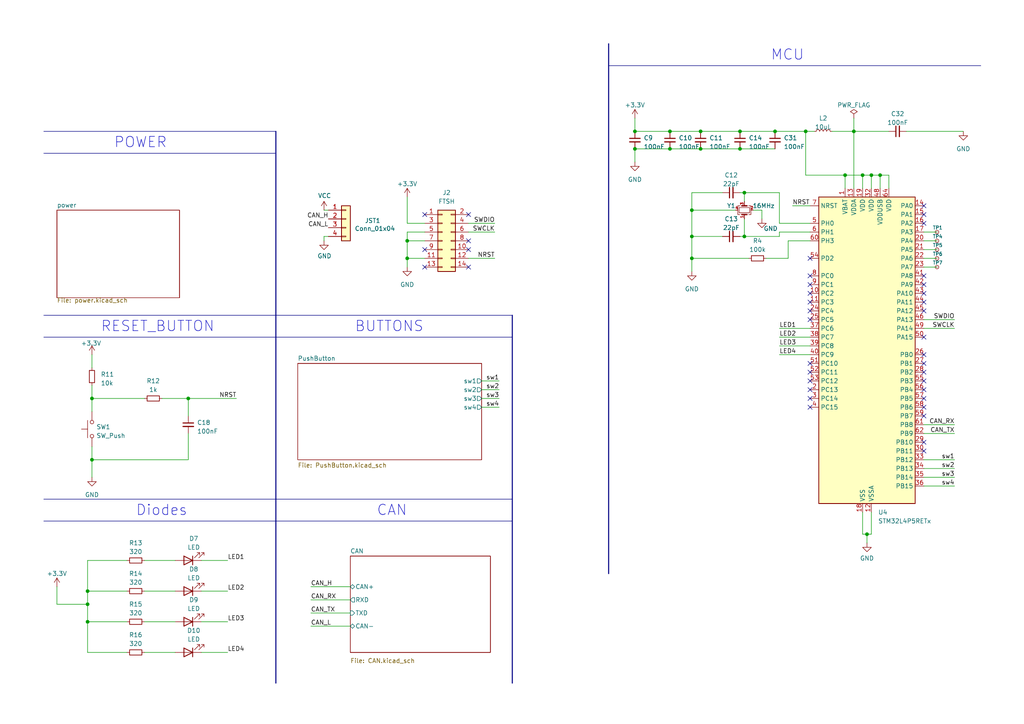
<source format=kicad_sch>
(kicad_sch (version 20231120) (generator "eeschema") (generator_version "8.0")
  (paper "A4")
  (title_block (rev "${REVISION}") (company "Author:") (comment 1 "Reviewer:"))
  (lib_symbols
    (symbol "Connector:TestPoint_Small" (pin_numbers hide) (pin_names (offset 0.762) hide)
      (property "Reference" "TP" (at 0 3.81 0))
      (property "Value" "TestPoint_Small" (at 0 2.032 0))
      (symbol "TestPoint_Small_0_1"
        (circle (center 0 0) (radius 0.508))
      )
      (symbol "TestPoint_Small_1_1"
        (pin passive line (at 0 0 90) (length 0) (name "1") (number "1"))
      )
    )
    (symbol "Connector_Generic:Conn_01x04" (pin_names (offset 1.016) hide)
      (property "Reference" "J" (at 0 5.08 0))
      (property "Value" "Conn_01x04" (at 0 -7.62 0))
      (symbol "Conn_01x04_1_1"
        (rectangle (start -1.27 -4.953) (end 0 -5.207) (stroke (width 0.1524)))
        (rectangle (start -1.27 -2.413) (end 0 -2.667) (stroke (width 0.1524)))
        (rectangle (start -1.27 0.127) (end 0 -0.127) (stroke (width 0.1524)))
        (rectangle (start -1.27 2.667) (end 0 2.413) (stroke (width 0.1524)))
        (rectangle (start -1.27 3.81) (end 1.27 -6.35) (stroke (width 0.254)) (fill (type background)))
        (pin passive line (at -5.08 2.54 0) (length 3.81) (name "Pin_1") (number "1"))
        (pin passive line (at -5.08 0 0) (length 3.81) (name "Pin_2") (number "2"))
        (pin passive line (at -5.08 -2.54 0) (length 3.81) (name "Pin_3") (number "3"))
        (pin passive line (at -5.08 -5.08 0) (length 3.81) (name "Pin_4") (number "4"))
      )
    )
    (symbol "Device:C_Small" (pin_numbers hide) (pin_names (offset 0.254) hide)
      (property "Reference" "C" (at 0.254 1.778 0))
      (property "Value" "C_Small" (at 0.254 -2.032 0))
      (symbol "C_Small_0_1"
        (polyline (pts (xy -1.524 -0.508) (xy 1.524 -0.508)) (stroke (width 0.3302)))
        (polyline (pts (xy -1.524 0.508) (xy 1.524 0.508)) (stroke (width 0.3048)))
      )
      (symbol "C_Small_1_1"
        (pin passive line (at 0 2.54 270) (length 2.032) (name "~") (number "1"))
        (pin passive line (at 0 -2.54 90) (length 2.032) (name "~") (number "2"))
      )
    )
    (symbol "Device:Crystal_GND24_Small" (pin_names (offset 1.016) hide)
      (property "Reference" "Y" (at 1.27 4.445 0))
      (property "Value" "Crystal_GND24_Small" (at 1.27 2.54 0))
      (symbol "Crystal_GND24_Small_0_1"
        (rectangle (start -0.762 -1.524) (end 0.762 1.524))
        (polyline (pts (xy -1.27 -0.762) (xy -1.27 0.762)) (stroke (width 0.381)))
        (polyline (pts (xy 1.27 -0.762) (xy 1.27 0.762)) (stroke (width 0.381)))
        (polyline (pts (xy -1.27 -1.27) (xy -1.27 -1.905) (xy 1.27 -1.905) (xy 1.27 -1.27)))
        (polyline (pts (xy -1.27 1.27) (xy -1.27 1.905) (xy 1.27 1.905) (xy 1.27 1.27)))
      )
      (symbol "Crystal_GND24_Small_1_1"
        (pin passive line (at -2.54 0 0) (length 1.27) (name "1") (number "1"))
        (pin passive line (at 0 -2.54 90) (length 0.635) (name "2") (number "2"))
        (pin passive line (at 2.54 0 180) (length 1.27) (name "3") (number "3"))
        (pin passive line (at 0 2.54 270) (length 0.635) (name "4") (number "4"))
      )
    )
    (symbol "Device:LED" (pin_numbers hide) (pin_names (offset 1.016) hide)
      (property "Reference" "D" (at 0 2.54 0))
      (property "Value" "LED" (at 0 -2.54 0))
      (symbol "LED_0_1"
        (polyline (pts (xy -1.27 -1.27) (xy -1.27 1.27)) (stroke (width 0.254)))
        (polyline (pts (xy -1.27 0) (xy 1.27 0)))
        (polyline (pts (xy 1.27 -1.27) (xy 1.27 1.27) (xy -1.27 0) (xy 1.27 -1.27)) (stroke (width 0.254)))
        (polyline (pts (xy -3.048 -0.762) (xy -4.572 -2.286) (xy -3.81 -2.286) (xy -4.572 -2.286) (xy -4.572 -1.524)))
        (polyline (pts (xy -1.778 -0.762) (xy -3.302 -2.286) (xy -2.54 -2.286) (xy -3.302 -2.286) (xy -3.302 -1.524)))
      )
      (symbol "LED_1_1"
        (pin passive line (at -3.81 0 0) (length 2.54) (name "K") (number "1"))
        (pin passive line (at 3.81 0 180) (length 2.54) (name "A") (number "2"))
      )
    )
    (symbol "Device:L_Small" (pin_numbers hide) (pin_names (offset 0.254) hide)
      (property "Reference" "L" (at 0.762 1.016 0))
      (property "Value" "L_Small" (at 0.762 -1.016 0))
      (symbol "L_Small_0_1"
        (arc (start 0 -2.032) (mid 0.5058 -1.524) (end 0 -1.016))
        (arc (start 0 -1.016) (mid 0.5058 -0.508) (end 0 0))
        (arc (start 0 0) (mid 0.5058 0.508) (end 0 1.016))
        (arc (start 0 1.016) (mid 0.5058 1.524) (end 0 2.032))
      )
      (symbol "L_Small_1_1"
        (pin passive line (at 0 2.54 270) (length 0.508) (name "~") (number "1"))
        (pin passive line (at 0 -2.54 90) (length 0.508) (name "~") (number "2"))
      )
    )
    (symbol "Device:R_Small" (pin_numbers hide) (pin_names (offset 0.254) hide)
      (property "Reference" "R" (at 0.762 0.508 0))
      (property "Value" "R_Small" (at 0.762 -1.016 0))
      (symbol "R_Small_0_1"
        (rectangle (start -0.762 1.778) (end 0.762 -1.778) (stroke (width 0.2032)))
      )
      (symbol "R_Small_1_1"
        (pin passive line (at 0 2.54 270) (length 0.762) (name "~") (number "1"))
        (pin passive line (at 0 -2.54 90) (length 0.762) (name "~") (number "2"))
      )
    )
    (symbol "GND_1" (power) (pin_numbers hide) (pin_names (offset 0) hide)
      (property "Value" "GND" (at 0 -3.81 0))
      (symbol "GND_1_0_1"
        (polyline (pts (xy 0 0) (xy 0 -1.27) (xy 1.27 -1.27) (xy 0 -2.54) (xy -1.27 -1.27) (xy 0 -1.27)))
      )
      (symbol "GND_1_1_1"
        (pin power_in line (at 0 0 270) (length 0) (name "~") (number "1"))
      )
    )
    (symbol "MCU_ST_STM32L4:STM32L4P5RETx"
      (property "Reference" "U1" (at 4.4959 -45.72 0))
      (property "Value" "STM32L4P5RETx" (at 4.4959 -48.26 0))
      (symbol "STM32L4P5RETx_0_1"
        (rectangle (start -12.7 -43.18) (end 15.24 45.72) (stroke (width 0.254)) (fill (type background)))
      )
      (symbol "STM32L4P5RETx_1_1"
        (pin power_in line (at -5.08 48.26 270) (length 2.54) (name "VBAT") (number "1"))
        (pin bidirectional line (at -15.24 17.78 0) (length 2.54) (name "PC2") (number "10"))
        (pin bidirectional line (at -15.24 15.24 0) (length 2.54) (name "PC3") (number "11"))
        (pin power_in line (at 2.54 -45.72 90) (length 2.54) (name "VSSA") (number "12"))
        (pin power_in line (at -2.54 48.26 270) (length 2.54) (name "VDDA") (number "13"))
        (pin bidirectional line (at 17.78 43.18 180) (length 2.54) (name "PA0") (number "14"))
        (pin bidirectional line (at 17.78 40.64 180) (length 2.54) (name "PA1") (number "15"))
        (pin bidirectional line (at 17.78 38.1 180) (length 2.54) (name "PA2") (number "16"))
        (pin bidirectional line (at 17.78 35.56 180) (length 2.54) (name "PA3") (number "17"))
        (pin power_in line (at 0 -45.72 90) (length 2.54) (name "VSS") (number "18"))
        (pin power_in line (at 0 48.26 270) (length 2.54) (name "VDD") (number "19"))
        (pin bidirectional line (at -15.24 -10.16 0) (length 2.54) (name "PC13") (number "2"))
        (pin bidirectional line (at 17.78 33.02 180) (length 2.54) (name "PA4") (number "20"))
        (pin bidirectional line (at 17.78 30.48 180) (length 2.54) (name "PA5") (number "21"))
        (pin bidirectional line (at 17.78 27.94 180) (length 2.54) (name "PA6") (number "22"))
        (pin bidirectional line (at 17.78 25.4 180) (length 2.54) (name "PA7") (number "23"))
        (pin bidirectional line (at -15.24 12.7 0) (length 2.54) (name "PC4") (number "24"))
        (pin bidirectional line (at -15.24 10.16 0) (length 2.54) (name "PC5") (number "25"))
        (pin bidirectional line (at 17.78 0 180) (length 2.54) (name "PB0") (number "26"))
        (pin bidirectional line (at 17.78 -2.54 180) (length 2.54) (name "PB1") (number "27"))
        (pin bidirectional line (at 17.78 -5.08 180) (length 2.54) (name "PB2") (number "28"))
        (pin bidirectional line (at 17.78 -25.4 180) (length 2.54) (name "PB10") (number "29"))
        (pin bidirectional line (at -15.24 -12.7 0) (length 2.54) (name "PC14") (number "3"))
        (pin bidirectional line (at 17.78 -27.94 180) (length 2.54) (name "PB11") (number "30"))
        (pin passive line (at 0 -45.72 90) (length 2.54) hide (name "VSS") (number "31"))
        (pin power_in line (at 2.54 48.26 270) (length 2.54) (name "VDD") (number "32"))
        (pin bidirectional line (at 17.78 -30.48 180) (length 2.54) (name "PB12") (number "33"))
        (pin bidirectional line (at 17.78 -33.02 180) (length 2.54) (name "PB13") (number "34"))
        (pin bidirectional line (at 17.78 -35.56 180) (length 2.54) (name "PB14") (number "35"))
        (pin bidirectional line (at 17.78 -38.1 180) (length 2.54) (name "PB15") (number "36"))
        (pin bidirectional line (at -15.24 7.62 0) (length 2.54) (name "PC6") (number "37"))
        (pin bidirectional line (at -15.24 5.08 0) (length 2.54) (name "PC7") (number "38"))
        (pin bidirectional line (at -15.24 2.54 0) (length 2.54) (name "PC8") (number "39"))
        (pin bidirectional line (at -15.24 -15.24 0) (length 2.54) (name "PC15") (number "4"))
        (pin bidirectional line (at -15.24 0 0) (length 2.54) (name "PC9") (number "40"))
        (pin bidirectional line (at 17.78 22.86 180) (length 2.54) (name "PA8") (number "41"))
        (pin bidirectional line (at 17.78 20.32 180) (length 2.54) (name "PA9") (number "42"))
        (pin bidirectional line (at 17.78 17.78 180) (length 2.54) (name "PA10") (number "43"))
        (pin bidirectional line (at 17.78 15.24 180) (length 2.54) (name "PA11") (number "44"))
        (pin bidirectional line (at 17.78 12.7 180) (length 2.54) (name "PA12") (number "45"))
        (pin bidirectional line (at 17.78 10.16 180) (length 2.54) (name "PA13") (number "46"))
        (pin passive line (at 0 -45.72 90) (length 2.54) hide (name "VSS") (number "47"))
        (pin power_in line (at 5.08 48.26 270) (length 2.54) (name "VDDUSB") (number "48"))
        (pin bidirectional line (at 17.78 7.62 180) (length 2.54) (name "PA14") (number "49"))
        (pin bidirectional line (at -15.24 38.1 0) (length 2.54) (name "PH0") (number "5"))
        (pin bidirectional line (at 17.78 5.08 180) (length 2.54) (name "PA15") (number "50"))
        (pin bidirectional line (at -15.24 -2.54 0) (length 2.54) (name "PC10") (number "51"))
        (pin bidirectional line (at -15.24 -5.08 0) (length 2.54) (name "PC11") (number "52"))
        (pin bidirectional line (at -15.24 -7.62 0) (length 2.54) (name "PC12") (number "53"))
        (pin bidirectional line (at -15.24 27.94 0) (length 2.54) (name "PD2") (number "54"))
        (pin bidirectional line (at 17.78 -7.62 180) (length 2.54) (name "PB3") (number "55"))
        (pin bidirectional line (at 17.78 -10.16 180) (length 2.54) (name "PB4") (number "56"))
        (pin bidirectional line (at 17.78 -12.7 180) (length 2.54) (name "PB5") (number "57"))
        (pin bidirectional line (at 17.78 -15.24 180) (length 2.54) (name "PB6") (number "58"))
        (pin bidirectional line (at 17.78 -17.78 180) (length 2.54) (name "PB7") (number "59"))
        (pin bidirectional line (at -15.24 35.56 0) (length 2.54) (name "PH1") (number "6"))
        (pin bidirectional line (at -15.24 33.02 0) (length 2.54) (name "PH3") (number "60"))
        (pin bidirectional line (at 17.78 -20.32 180) (length 2.54) (name "PB8") (number "61"))
        (pin bidirectional line (at 17.78 -22.86 180) (length 2.54) (name "PB9") (number "62"))
        (pin passive line (at 0 -45.72 90) (length 2.54) hide (name "VSS") (number "63"))
        (pin power_in line (at 7.62 48.26 270) (length 2.54) (name "VDD") (number "64"))
        (pin input line (at -15.24 43.18 0) (length 2.54) (name "NRST") (number "7"))
        (pin bidirectional line (at -15.24 22.86 0) (length 2.54) (name "PC0") (number "8"))
        (pin bidirectional line (at -15.24 20.32 0) (length 2.54) (name "PC1") (number "9"))
      )
    )
    (symbol "Switch:SW_Push" (pin_numbers hide) (pin_names (offset 1.016) hide)
      (property "Reference" "SW" (at 1.27 2.54 0))
      (property "Value" "SW_Push" (at 0 -1.524 0))
      (symbol "SW_Push_0_1"
        (circle (center -2.032 0) (radius 0.508))
        (polyline (pts (xy 0 1.27) (xy 0 3.048)))
        (polyline (pts (xy 2.54 1.27) (xy -2.54 1.27)))
        (circle (center 2.032 0) (radius 0.508))
        (pin passive line (at -5.08 0 0) (length 2.54) (name "1") (number "1"))
        (pin passive line (at 5.08 0 180) (length 2.54) (name "2") (number "2"))
      )
    )
    (symbol "ftsh-107-01-l-dv-k-a:FTSH-107-01-L-DV-K-A" (pin_names hide)
      (property "Reference" "J" (at -13.97 13.97 0))
      (property "Value" "FTSH-107-01-L-DV-K-A" (at -13.97 11.43 0))
      (symbol "FTSH-107-01-L-DV-K-A_1_1"
        (rectangle (start -2.54 -7.493) (end -1.27 -7.747) (stroke (width 0.1524)))
        (rectangle (start -2.54 -4.953) (end -1.27 -5.207) (stroke (width 0.1524)))
        (rectangle (start -2.54 -2.413) (end -1.27 -2.667) (stroke (width 0.1524)))
        (rectangle (start -2.54 0.127) (end -1.27 -0.127) (stroke (width 0.1524)))
        (rectangle (start -2.54 2.667) (end -1.27 2.413) (stroke (width 0.1524)))
        (rectangle (start -2.54 5.207) (end -1.27 4.953) (stroke (width 0.1524)))
        (rectangle (start -2.54 7.747) (end -1.27 7.493) (stroke (width 0.1524)))
        (rectangle (start -2.54 8.89) (end 2.54 -8.89) (stroke (width 0.254)) (fill (type background)))
        (rectangle (start 2.54 -7.493) (end 1.27 -7.747) (stroke (width 0.1524)))
        (rectangle (start 2.54 -4.953) (end 1.27 -5.207) (stroke (width 0.1524)))
        (rectangle (start 2.54 -2.413) (end 1.27 -2.667) (stroke (width 0.1524)))
        (rectangle (start 2.54 0.127) (end 1.27 -0.127) (stroke (width 0.1524)))
        (rectangle (start 2.54 2.667) (end 1.27 2.413) (stroke (width 0.1524)))
        (rectangle (start 2.54 5.207) (end 1.27 4.953) (stroke (width 0.1524)))
        (rectangle (start 2.54 7.747) (end 1.27 7.493) (stroke (width 0.1524)))
        (pin passive line (at -6.35 7.62 0) (length 3.81) (name "Pin_1") (number "1"))
        (pin passive line (at 6.35 -2.54 180) (length 3.81) (name "Pin_10") (number "10"))
        (pin passive line (at -6.35 -5.08 0) (length 3.81) (name "Pin_11") (number "11"))
        (pin passive line (at 6.35 -5.08 180) (length 3.81) (name "Pin_12") (number "12"))
        (pin passive line (at -6.35 -7.62 0) (length 3.81) (name "Pin_13") (number "13"))
        (pin passive line (at 6.35 -7.62 180) (length 3.81) (name "Pin_14") (number "14"))
        (pin passive line (at 6.35 7.62 180) (length 3.81) (name "Pin_2") (number "2"))
        (pin passive line (at -6.35 5.08 0) (length 3.81) (name "Pin_3") (number "3"))
        (pin passive line (at 6.35 5.08 180) (length 3.81) (name "Pin_4") (number "4"))
        (pin passive line (at -6.35 2.54 0) (length 3.81) (name "Pin_5") (number "5"))
        (pin passive line (at 6.35 2.54 180) (length 3.81) (name "Pin_6") (number "6"))
        (pin passive line (at -6.35 0 0) (length 3.81) (name "Pin_7") (number "7"))
        (pin passive line (at 6.35 0 180) (length 3.81) (name "Pin_8") (number "8"))
        (pin passive line (at -6.35 -2.54 0) (length 3.81) (name "Pin_9") (number "9"))
      )
    )
    (symbol "power:+3.3V" (power) (pin_names (offset 0))
      (property "Value" "+3.3V" (at 0 3.556 0))
      (symbol "+3.3V_0_1"
        (polyline (pts (xy -0.762 1.27) (xy 0 2.54)))
        (polyline (pts (xy 0 0) (xy 0 2.54)))
        (polyline (pts (xy 0 2.54) (xy 0.762 1.27)))
      )
      (symbol "+3.3V_1_1"
        (pin power_in line (at 0 0 90) (length 0) hide (name "+3.3V") (number "1"))
      )
    )
    (symbol "power:GND" (power) (pin_names (offset 0))
      (property "Value" "GND" (at 0 -3.81 0))
      (symbol "GND_0_1"
        (polyline (pts (xy 0 0) (xy 0 -1.27) (xy 1.27 -1.27) (xy 0 -2.54) (xy -1.27 -1.27) (xy 0 -1.27)))
      )
      (symbol "GND_1_1"
        (pin power_in line (at 0 0 270) (length 0) hide (name "GND") (number "1"))
      )
    )
    (symbol "power:PWR_FLAG" (power) (pin_numbers hide) (pin_names (offset 0) hide)
      (property "Value" "PWR_FLAG" (at 0 3.81 0))
      (symbol "PWR_FLAG_0_0"
        (pin power_out line (at 0 0 90) (length 0) (name "pwr") (number "1"))
      )
      (symbol "PWR_FLAG_0_1"
        (polyline (pts (xy 0 0) (xy 0 1.27) (xy -1.016 1.905) (xy 0 2.54) (xy 1.016 1.905) (xy 0 1.27)))
      )
    )
    (symbol "power:VCC" (power) (pin_names (offset 0))
      (property "Value" "VCC" (at 0 3.81 0))
      (symbol "VCC_0_1"
        (polyline (pts (xy -0.762 1.27) (xy 0 2.54)))
        (polyline (pts (xy 0 0) (xy 0 2.54)))
        (polyline (pts (xy 0 2.54) (xy 0.762 1.27)))
      )
      (symbol "VCC_1_1"
        (pin power_in line (at 0 0 90) (length 0) hide (name "VCC") (number "1"))
      )
    )
  )
  (junction (at 224.79 38.1))
  (junction (at 214.63 38.1))
  (junction (at 245.11 50.8))
  (junction (at 255.27 50.8))
  (junction (at 54.61 115.57))
  (junction (at 25.4 180.34))
  (junction (at 252.73 50.8))
  (junction (at 203.2 43.18))
  (junction (at 215.9 55.88))
  (junction (at 118.11 69.85))
  (junction (at 233.68 38.1))
  (junction (at 194.31 38.1))
  (junction (at 194.31 43.18))
  (junction (at 250.19 50.8))
  (junction (at 184.15 38.1))
  (junction (at 26.67 133.35))
  (junction (at 214.63 43.18))
  (junction (at 184.15 43.18))
  (junction (at 203.2 38.1))
  (junction (at 25.4 175.26))
  (junction (at 26.67 115.57))
  (junction (at 251.46 154.94))
  (junction (at 200.66 74.93))
  (junction (at 215.9 68.58))
  (junction (at 247.65 38.1))
  (junction (at 25.4 171.45))
  (junction (at 200.66 68.58))
  (junction (at 200.66 60.96))
  (junction (at 118.11 74.93))
  (no_connect (at 267.97 85.09))
  (no_connect (at 267.97 62.23))
  (no_connect (at 234.95 107.95))
  (no_connect (at 135.89 77.47))
  (no_connect (at 267.97 107.95))
  (no_connect (at 267.97 59.69))
  (no_connect (at 267.97 113.03))
  (no_connect (at 267.97 115.57))
  (no_connect (at 267.97 105.41))
  (no_connect (at 234.95 113.03))
  (no_connect (at 135.89 62.23))
  (no_connect (at 234.95 118.11))
  (no_connect (at 267.97 90.17))
  (no_connect (at 234.95 90.17))
  (no_connect (at 234.95 82.55))
  (no_connect (at 267.97 118.11))
  (no_connect (at 267.97 130.81))
  (no_connect (at 267.97 80.01))
  (no_connect (at 123.19 77.47))
  (no_connect (at 267.97 64.77))
  (no_connect (at 234.95 115.57))
  (no_connect (at 234.95 85.09))
  (no_connect (at 234.95 74.93))
  (no_connect (at 267.97 82.55))
  (no_connect (at 234.95 110.49))
  (no_connect (at 234.95 80.01))
  (no_connect (at 267.97 120.65))
  (no_connect (at 267.97 110.49))
  (no_connect (at 267.97 87.63))
  (no_connect (at 123.19 62.23))
  (no_connect (at 135.89 72.39))
  (no_connect (at 267.97 128.27))
  (no_connect (at 135.89 69.85))
  (no_connect (at 234.95 92.71))
  (no_connect (at 267.97 102.87))
  (no_connect (at 123.19 72.39))
  (no_connect (at 234.95 105.41))
  (no_connect (at 267.97 97.79))
  (no_connect (at 234.95 87.63))
  (wire (pts (xy 200.66 60.96) (xy 200.66 68.58)))
  (wire (pts (xy 229.87 59.69) (xy 234.95 59.69)))
  (wire (pts (xy 139.7 110.49) (xy 144.78 110.49)))
  (wire (pts (xy 41.91 189.23) (xy 50.8 189.23)))
  (wire (pts (xy 252.73 154.94) (xy 252.73 148.59)))
  (wire (pts (xy 184.15 34.29) (xy 184.15 38.1)))
  (wire (pts (xy 184.15 43.18) (xy 184.15 46.99)))
  (wire (pts (xy 36.83 162.56) (xy 25.4 162.56)))
  (wire (pts (xy 118.11 74.93) (xy 118.11 69.85)))
  (wire (pts (xy 245.11 50.8) (xy 250.19 50.8)))
  (wire (pts (xy 26.67 115.57) (xy 26.67 119.38)))
  (wire (pts (xy 200.66 55.88) (xy 209.55 55.88)))
  (wire (pts (xy 215.9 55.88) (xy 226.06 55.88)))
  (wire (pts (xy 267.97 67.31) (xy 271.78 67.31)))
  (wire (pts (xy 218.44 60.96) (xy 220.98 60.96)))
  (wire (pts (xy 251.46 154.94) (xy 251.46 157.48)))
  (wire (pts (xy 214.63 43.18) (xy 224.79 43.18)))
  (wire (pts (xy 220.98 60.96) (xy 220.98 63.5)))
  (wire (pts (xy 215.9 55.88) (xy 215.9 58.42)))
  (bus (pts (xy 80.01 38.1) (xy 80.01 198.12)))
  (wire (pts (xy 26.67 111.76) (xy 26.67 115.57)))
  (polyline (pts (xy 12.7 144.78) (xy 80.01 144.78)) (stroke (width 0) (type solid) (color 0 0 132 1)))
  (wire (pts (xy 16.51 170.18) (xy 16.51 175.26)))
  (wire (pts (xy 54.61 115.57) (xy 68.58 115.57)))
  (wire (pts (xy 252.73 50.8) (xy 250.19 50.8)))
  (wire (pts (xy 276.86 135.89) (xy 267.97 135.89)))
  (wire (pts (xy 200.66 55.88) (xy 200.66 60.96)))
  (wire (pts (xy 200.66 60.96) (xy 213.36 60.96)))
  (wire (pts (xy 184.15 43.18) (xy 194.31 43.18)))
  (wire (pts (xy 58.42 189.23) (xy 66.04 189.23)))
  (polyline (pts (xy 80.01 151.13) (xy 148.59 151.13)) (stroke (width 0) (type solid) (color 0 0 132 1)))
  (wire (pts (xy 118.11 74.93) (xy 118.11 77.47)))
  (wire (pts (xy 93.98 60.96) (xy 95.25 60.96)))
  (wire (pts (xy 194.31 38.1) (xy 203.2 38.1)))
  (wire (pts (xy 267.97 92.71) (xy 276.86 92.71)))
  (wire (pts (xy 203.2 43.18) (xy 214.63 43.18)))
  (polyline (pts (xy 12.7 38.1) (xy 80.01 38.1)) (stroke (width 0) (type solid) (color 0 0 132 1)))
  (wire (pts (xy 194.31 43.18) (xy 203.2 43.18)))
  (wire (pts (xy 139.7 113.03) (xy 144.78 113.03)))
  (wire (pts (xy 267.97 69.85) (xy 271.78 69.85)))
  (wire (pts (xy 200.66 68.58) (xy 200.66 74.93)))
  (wire (pts (xy 267.97 74.93) (xy 271.78 74.93)))
  (wire (pts (xy 200.66 78.74) (xy 200.66 74.93)))
  (wire (pts (xy 228.6 74.93) (xy 222.25 74.93)))
  (wire (pts (xy 54.61 125.73) (xy 54.61 133.35)))
  (wire (pts (xy 247.65 38.1) (xy 247.65 54.61)))
  (wire (pts (xy 250.19 154.94) (xy 251.46 154.94)))
  (wire (pts (xy 90.17 173.99) (xy 101.6 173.99)))
  (wire (pts (xy 26.67 115.57) (xy 41.91 115.57)))
  (wire (pts (xy 241.3 38.1) (xy 247.65 38.1)))
  (wire (pts (xy 123.19 64.77) (xy 118.11 64.77)))
  (wire (pts (xy 25.4 171.45) (xy 25.4 175.26)))
  (wire (pts (xy 135.89 64.77) (xy 143.51 64.77)))
  (wire (pts (xy 267.97 95.25) (xy 276.86 95.25)))
  (wire (pts (xy 41.91 171.45) (xy 50.8 171.45)))
  (wire (pts (xy 26.67 133.35) (xy 54.61 133.35)))
  (wire (pts (xy 250.19 50.8) (xy 250.19 54.61)))
  (wire (pts (xy 123.19 67.31) (xy 118.11 67.31)))
  (wire (pts (xy 226.06 97.79) (xy 234.95 97.79)))
  (wire (pts (xy 276.86 140.97) (xy 267.97 140.97)))
  (wire (pts (xy 58.42 171.45) (xy 66.04 171.45)))
  (wire (pts (xy 26.67 129.54) (xy 26.67 133.35)))
  (wire (pts (xy 90.17 181.61) (xy 101.6 181.61)))
  (wire (pts (xy 267.97 72.39) (xy 271.78 72.39)))
  (wire (pts (xy 58.42 162.56) (xy 66.04 162.56)))
  (polyline (pts (xy 80.01 144.78) (xy 148.59 144.78)) (stroke (width 0) (type solid) (color 0 0 132 1)))
  (wire (pts (xy 25.4 180.34) (xy 25.4 189.23)))
  (wire (pts (xy 41.91 162.56) (xy 50.8 162.56)))
  (wire (pts (xy 251.46 154.94) (xy 252.73 154.94)))
  (wire (pts (xy 93.98 69.85) (xy 93.98 68.58)))
  (wire (pts (xy 245.11 50.8) (xy 245.11 54.61)))
  (wire (pts (xy 209.55 68.58) (xy 200.66 68.58)))
  (wire (pts (xy 25.4 189.23) (xy 36.83 189.23)))
  (wire (pts (xy 41.91 180.34) (xy 50.8 180.34)))
  (bus (pts (xy 176.53 12.7) (xy 176.53 166.37)))
  (wire (pts (xy 25.4 175.26) (xy 16.51 175.26)))
  (wire (pts (xy 135.89 74.93) (xy 143.51 74.93)))
  (wire (pts (xy 25.4 162.56) (xy 25.4 171.45)))
  (wire (pts (xy 123.19 74.93) (xy 118.11 74.93)))
  (wire (pts (xy 203.2 38.1) (xy 214.63 38.1)))
  (wire (pts (xy 26.67 133.35) (xy 26.67 138.43)))
  (polyline (pts (xy 80.01 91.44) (xy 148.59 91.44)) (stroke (width 0) (type solid) (color 0 0 132 1)))
  (wire (pts (xy 26.67 106.68) (xy 26.67 102.87)))
  (wire (pts (xy 245.11 50.8) (xy 233.68 50.8)))
  (polyline (pts (xy 12.7 151.13) (xy 80.01 151.13)) (stroke (width 0) (type solid) (color 0 0 132 1)))
  (wire (pts (xy 25.4 171.45) (xy 36.83 171.45)))
  (wire (pts (xy 262.89 38.1) (xy 279.4 38.1)))
  (wire (pts (xy 215.9 63.5) (xy 215.9 68.58)))
  (wire (pts (xy 135.89 67.31) (xy 143.51 67.31)))
  (wire (pts (xy 226.06 67.31) (xy 226.06 68.58)))
  (wire (pts (xy 257.81 50.8) (xy 255.27 50.8)))
  (wire (pts (xy 234.95 67.31) (xy 226.06 67.31)))
  (wire (pts (xy 252.73 50.8) (xy 252.73 54.61)))
  (wire (pts (xy 267.97 77.47) (xy 271.78 77.47)))
  (wire (pts (xy 226.06 102.87) (xy 234.95 102.87)))
  (wire (pts (xy 228.6 69.85) (xy 228.6 74.93)))
  (wire (pts (xy 267.97 123.19) (xy 276.86 123.19)))
  (wire (pts (xy 54.61 115.57) (xy 54.61 120.65)))
  (wire (pts (xy 184.15 38.1) (xy 194.31 38.1)))
  (wire (pts (xy 250.19 148.59) (xy 250.19 154.94)))
  (wire (pts (xy 276.86 138.43) (xy 267.97 138.43)))
  (wire (pts (xy 139.7 115.57) (xy 144.78 115.57)))
  (wire (pts (xy 25.4 175.26) (xy 25.4 180.34)))
  (wire (pts (xy 214.63 38.1) (xy 224.79 38.1)))
  (wire (pts (xy 118.11 67.31) (xy 118.11 69.85)))
  (wire (pts (xy 226.06 95.25) (xy 234.95 95.25)))
  (wire (pts (xy 247.65 34.29) (xy 247.65 38.1)))
  (wire (pts (xy 276.86 133.35) (xy 267.97 133.35)))
  (wire (pts (xy 139.7 118.11) (xy 144.78 118.11)))
  (wire (pts (xy 257.81 50.8) (xy 257.81 54.61)))
  (wire (pts (xy 233.68 50.8) (xy 233.68 38.1)))
  (wire (pts (xy 255.27 50.8) (xy 255.27 54.61)))
  (wire (pts (xy 118.11 57.15) (xy 118.11 64.77)))
  (wire (pts (xy 247.65 38.1) (xy 257.81 38.1)))
  (wire (pts (xy 226.06 100.33) (xy 234.95 100.33)))
  (wire (pts (xy 118.11 69.85) (xy 123.19 69.85)))
  (polyline (pts (xy 176.53 19.05) (xy 284.48 19.05)) (stroke (width 0) (type solid) (color 0 0 132 1)))
  (wire (pts (xy 214.63 55.88) (xy 215.9 55.88)))
  (wire (pts (xy 226.06 64.77) (xy 234.95 64.77)))
  (polyline (pts (xy 12.7 44.45) (xy 80.01 44.45)) (stroke (width 0) (type solid) (color 0 0 132 1)))
  (wire (pts (xy 224.79 38.1) (xy 233.68 38.1)))
  (wire (pts (xy 200.66 74.93) (xy 217.17 74.93)))
  (wire (pts (xy 215.9 68.58) (xy 226.06 68.58)))
  (polyline (pts (xy 12.7 97.79) (xy 80.01 97.79)) (stroke (width 0) (type solid) (color 0 0 132 1)))
  (polyline (pts (xy 12.7 91.44) (xy 80.01 91.44)) (stroke (width 0) (type solid) (color 0 0 132 1)))
  (wire (pts (xy 46.99 115.57) (xy 54.61 115.57)))
  (bus (pts (xy 148.59 91.44) (xy 148.59 198.12)))
  (wire (pts (xy 267.97 125.73) (xy 276.86 125.73)))
  (wire (pts (xy 214.63 68.58) (xy 215.9 68.58)))
  (wire (pts (xy 234.95 69.85) (xy 228.6 69.85)))
  (polyline (pts (xy 80.01 97.79) (xy 148.59 97.79)) (stroke (width 0) (type solid) (color 0 0 132 1)))
  (wire (pts (xy 58.42 180.34) (xy 66.04 180.34)))
  (wire (pts (xy 233.68 38.1) (xy 236.22 38.1)))
  (wire (pts (xy 25.4 180.34) (xy 36.83 180.34)))
  (wire (pts (xy 90.17 170.18) (xy 101.6 170.18)))
  (wire (pts (xy 93.98 68.58) (xy 95.25 68.58)))
  (wire (pts (xy 226.06 55.88) (xy 226.06 64.77)))
  (wire (pts (xy 255.27 50.8) (xy 252.73 50.8)))
  (wire (pts (xy 90.17 177.8) (xy 101.6 177.8)))
  (text "RESET_BUTTON\n" (at 29.21 96.52 0) (effects (font (size 3 3)) (justify left bottom)))
  (text "CAN\n" (at 109.22 149.86 0) (effects (font (size 3 3)) (justify left bottom)))
  (text "BUTTONS\n" (at 102.87 96.52 0) (effects (font (size 3 3)) (justify left bottom)))
  (text "POWER" (at 33.02 43.18 0) (effects (font (size 3 3)) (justify left bottom)))
  (text "Diodes\n" (at 39.37 149.86 0) (effects (font (size 3 3)) (justify left bottom)))
  (text "MCU\n" (at 223.52 17.78 0) (effects (font (size 3 3)) (justify left bottom)))
  (label "CAN_H" (at 90.17 170.18 0))
  (label "NRST" (at 229.87 59.69 0))
  (label "sw4" (at 276.86 140.97 180))
  (label "LED1" (at 226.06 95.25 0))
  (label "LED3" (at 226.06 100.33 0))
  (label "sw1" (at 144.78 110.49 180))
  (label "LED3" (at 66.04 180.34 0))
  (label "SWDIO" (at 143.51 64.77 180))
  (label "CAN_RX" (at 90.17 173.99 0))
  (label "LED2" (at 66.04 171.45 0))
  (label "SWCLK" (at 143.51 67.31 180))
  (label "CAN_L" (at 90.17 181.61 0))
  (label "CAN_TX" (at 276.86 125.73 180))
  (label "SWDIO" (at 276.86 92.71 180))
  (label "CAN_L" (at 95.25 66.04 180))
  (label "SWCLK" (at 276.86 95.25 180))
  (label "NRST" (at 68.58 115.57 180))
  (label "LED2" (at 226.06 97.79 0))
  (label "sw4" (at 144.78 118.11 180))
  (label "LED4" (at 226.06 102.87 0))
  (label "sw2" (at 144.78 113.03 180))
  (label "CAN_RX" (at 276.86 123.19 180))
  (label "LED1" (at 66.04 162.56 0))
  (label "sw2" (at 276.86 135.89 180))
  (label "CAN_TX" (at 90.17 177.8 0))
  (label "LED4" (at 66.04 189.23 0))
  (label "sw3" (at 276.86 138.43 180))
  (label "sw1" (at 276.86 133.35 180))
  (label "sw3" (at 144.78 115.57 180))
  (label "NRST" (at 143.51 74.93 180))
  (label "CAN_H" (at 95.25 63.5 180))
  (symbol (lib_id "Connector:TestPoint_Small") (at 271.78 67.31 0) (unit 1)
    (property "Reference" "TP1" (at 270.51 66.04 0) (effects (font (size 1 1)) (justify left)))
    (property "Value" "TestPoint_Small" (effects (hide yes)))
    (property "Footprint" "TestPoint:TestPoint_Pad_D1.0mm" (effects (hide yes)))
  )
  (symbol (lib_id "Device:R_Small") (at 39.37 180.34 90) (unit 1)
    (property "Reference" "R15" (at 39.37 175.26 90))
    (property "Value" "320" (at 39.37 177.8 90))
    (property "Footprint" "Resistor_SMD:R_0603_1608Metric" (effects (hide yes)))
  )
  (symbol (lib_id "Device:C_Small") (at 203.2 40.64 0) (unit 1)
    (property "Reference" "C11" (at 205.74 40.0113 0) (effects (justify left)))
    (property "Value" "100nF" (at 205.74 42.5513 0) (effects (justify left)))
    (property "Footprint" "Capacitor_SMD:C_0603_1608Metric" (effects (hide yes)))
  )
  (symbol (lib_id "power:GND") (at 279.4 38.1 0) (unit 1)
    (property "Reference" "#PWR035" (effects (hide yes)))
    (property "Value" "GND" (at 279.4 43.18 0))
  )
  (symbol (lib_id "Device:R_Small") (at 26.67 109.22 0) (unit 1)
    (property "Reference" "R11" (at 29.21 108.585 0) (effects (justify left)))
    (property "Value" "10k" (at 29.21 111.125 0) (effects (justify left)))
    (property "Footprint" "Resistor_SMD:R_0603_1608Metric" (effects (hide yes)))
  )
  (symbol (lib_name "GND_1") (lib_id "power:GND") (at 118.11 77.47 0) (unit 1)
    (property "Reference" "#PWR04" (effects (hide yes)))
    (property "Value" "GND" (at 118.11 82.55 0))
    (property "Description" "Power symbol creates a global label with name \"GND\" , ground" (effects (hide yes)))
  )
  (symbol (lib_id "Switch:SW_Push") (at 26.67 124.46 90) (unit 1)
    (property "Reference" "SW1" (at 27.94 123.825 90) (effects (justify right)))
    (property "Value" "SW_Push" (at 27.94 126.365 90) (effects (justify right)))
    (property "Footprint" "Button_Switch_SMD:SW_SPST_B3U-1000P" (effects (hide yes)))
    (property "Datasheet" "https://www.mouser.pl/datasheet/2/307/en-b3u-1189599.pdf" (effects (hide yes)))
  )
  (symbol (lib_id "Connector:TestPoint_Small") (at 271.78 77.47 0) (unit 1)
    (property "Reference" "TP7" (at 270.51 76.2 0) (effects (font (size 1 1)) (justify left)))
    (property "Value" "TestPoint_Small" (effects (hide yes)))
    (property "Footprint" "TestPoint:TestPoint_Pad_D1.0mm" (effects (hide yes)))
  )
  (symbol (lib_id "Connector:TestPoint_Small") (at 271.78 74.93 0) (unit 1)
    (property "Reference" "TP6" (at 270.51 73.66 0) (effects (font (size 1 1)) (justify left)))
    (property "Value" "TestPoint_Small" (effects (hide yes)))
    (property "Footprint" "TestPoint:TestPoint_Pad_D1.0mm" (effects (hide yes)))
  )
  (symbol (lib_id "Connector:TestPoint_Small") (at 271.78 72.39 0) (unit 1)
    (property "Reference" "TP5" (at 270.51 71.12 0) (effects (font (size 1 1)) (justify left)))
    (property "Value" "TestPoint_Small" (effects (hide yes)))
    (property "Footprint" "TestPoint:TestPoint_Pad_D1.0mm" (effects (hide yes)))
  )
  (symbol (lib_id "power:GND") (at 26.67 138.43 0) (unit 1)
    (property "Reference" "#PWR017" (effects (hide yes)))
    (property "Value" "GND" (at 26.67 143.51 0))
  )
  (symbol (lib_id "power:+3.3V") (at 16.51 170.18 0) (unit 1)
    (property "Reference" "#PWR014" (effects (hide yes)))
    (property "Value" "+3.3V" (at 16.51 166.37 0))
  )
  (symbol (lib_id "Device:R_Small") (at 219.71 74.93 90) (unit 1)
    (property "Reference" "R4" (at 219.71 69.85 90))
    (property "Value" "100k" (at 219.71 72.39 90))
    (property "Footprint" "Resistor_SMD:R_0603_1608Metric" (effects (hide yes)))
  )
  (symbol (lib_id "power:GND") (at 184.15 46.99 0) (unit 1)
    (property "Reference" "#PWR032" (effects (hide yes)))
    (property "Value" "GND" (at 184.15 52.07 0))
  )
  (symbol (lib_id "Device:C_Small") (at 214.63 40.64 0) (unit 1)
    (property "Reference" "C14" (at 217.17 40.0113 0) (effects (justify left)))
    (property "Value" "100nF" (at 217.17 42.5513 0) (effects (justify left)))
    (property "Footprint" "Capacitor_SMD:C_0603_1608Metric" (effects (hide yes)))
  )
  (symbol (lib_id "Device:L_Small") (at 238.76 38.1 90) (unit 1)
    (property "Reference" "L2" (at 238.76 34.29 90))
    (property "Value" "10uL" (at 238.76 36.83 90))
    (property "Footprint" "Inductor_SMD:L_0603_1608Metric" (effects (hide yes)))
  )
  (symbol (lib_id "power:GND") (at 93.98 69.85 0) (unit 1)
    (property "Reference" "#PWR011" (effects (hide yes)))
    (property "Value" "GND" (at 94.107 74.2442 0))
  )
  (symbol (lib_id "Device:LED") (at 54.61 162.56 180) (unit 1)
    (property "Reference" "D7" (at 56.1975 156.21 0))
    (property "Value" "LED" (at 56.1975 158.75 0))
    (property "Footprint" "LED_SMD:LED_0603_1608Metric" (effects (hide yes)))
    (property "Datasheet" "https://www.tme.eu/Document/f13aa1039138fd97840d388e8f2c5cc0/19-217-R6C-AL1M2VY-3T-V5.pdf" (effects (hide yes)))
  )
  (symbol (lib_id "MCU_ST_STM32L4:STM32L4P5RETx") (at 250.19 102.87 0) (unit 1)
    (property "Reference" "U4" (at 254.6859 148.59 0) (effects (justify left)))
    (property "Value" "STM32L4P5RETx" (at 254.6859 151.13 0) (effects (justify left)))
    (property "Footprint" "Package_QFP:LQFP-64_10x10mm_P0.5mm" (effects (hide yes)))
    (property "Datasheet" "https://www.st.com/resource/en/datasheet/stm32l4p5re.pdf" (effects (hide yes)))
  )
  (symbol (lib_id "Device:LED") (at 54.61 171.45 180) (unit 1)
    (property "Reference" "D8" (at 56.1975 165.1 0))
    (property "Value" "LED" (at 56.1975 167.64 0))
    (property "Footprint" "LED_SMD:LED_0603_1608Metric" (effects (hide yes)))
    (property "Datasheet" "https://www.tme.eu/Document/f13aa1039138fd97840d388e8f2c5cc0/19-217-R6C-AL1M2VY-3T-V5.pdf" (effects (hide yes)))
  )
  (symbol (lib_id "power:+3.3V") (at 184.15 34.29 0) (unit 1)
    (property "Reference" "#PWR031" (effects (hide yes)))
    (property "Value" "+3.3V" (at 184.15 30.48 0))
  )
  (symbol (lib_id "Device:C_Small") (at 54.61 123.19 0) (unit 1)
    (property "Reference" "C18" (at 57.15 122.5613 0) (effects (justify left)))
    (property "Value" "100nF" (at 57.15 125.1013 0) (effects (justify left)))
    (property "Footprint" "Capacitor_SMD:C_0603_1608Metric" (effects (hide yes)))
  )
  (symbol (lib_id "Device:C_Small") (at 212.09 55.88 90) (unit 1)
    (property "Reference" "C12" (at 212.0963 50.8 90))
    (property "Value" "22pF" (at 212.0963 53.34 90))
    (property "Footprint" "Capacitor_SMD:C_0603_1608Metric" (effects (hide yes)))
  )
  (symbol (lib_id "Device:C_Small") (at 224.79 40.64 0) (unit 1)
    (property "Reference" "C31" (at 227.33 40.0113 0) (effects (justify left)))
    (property "Value" "100nF" (at 227.33 42.5513 0) (effects (justify left)))
    (property "Footprint" "Capacitor_SMD:C_0603_1608Metric" (effects (hide yes)))
  )
  (symbol (lib_id "Device:LED") (at 54.61 180.34 180) (unit 1)
    (property "Reference" "D9" (at 56.1975 173.99 0))
    (property "Value" "LED" (at 56.1975 176.53 0))
    (property "Footprint" "LED_SMD:LED_0603_1608Metric" (effects (hide yes)))
    (property "Datasheet" "https://www.tme.eu/Document/f13aa1039138fd97840d388e8f2c5cc0/19-217-R6C-AL1M2VY-3T-V5.pdf" (effects (hide yes)))
  )
  (symbol (lib_id "power:PWR_FLAG") (at 247.65 34.29 0) (unit 1)
    (property "Reference" "#FLG08" (effects (hide yes)))
    (property "Value" "PWR_FLAG" (at 247.65 30.48 0))
  )
  (symbol (lib_id "Device:C_Small") (at 184.15 40.64 0) (unit 1)
    (property "Reference" "C9" (at 186.69 40.0113 0) (effects (justify left)))
    (property "Value" "100nF" (at 186.69 42.5513 0) (effects (justify left)))
    (property "Footprint" "Capacitor_SMD:C_0603_1608Metric" (effects (hide yes)))
  )
  (symbol (lib_id "Device:C_Small") (at 194.31 40.64 0) (unit 1)
    (property "Reference" "C10" (at 196.85 40.0113 0) (effects (justify left)))
    (property "Value" "100nF" (at 196.85 42.5513 0) (effects (justify left)))
    (property "Footprint" "Capacitor_SMD:C_0603_1608Metric" (effects (hide yes)))
  )
  (symbol (lib_id "Device:R_Small") (at 39.37 171.45 90) (unit 1)
    (property "Reference" "R14" (at 39.37 166.37 90))
    (property "Value" "320" (at 39.37 168.91 90))
    (property "Footprint" "Resistor_SMD:R_0603_1608Metric" (effects (hide yes)))
  )
  (symbol (lib_id "ftsh-107-01-l-dv-k-a:FTSH-107-01-L-DV-K-A") (at 129.54 69.85 0) (unit 1)
    (property "Reference" "J2" (at 129.54 55.88 0))
    (property "Value" "FTSH" (at 129.54 58.42 0))
    (property "Footprint" "ftsh-107-01-l-dv-k-a:FTSH-107-XX-YYY-DV-K-A" (effects (hide yes)))
    (property "Datasheet" "http://suddendocs.samtec.com/prints/ftsh-1xx-xx-xxx-dv-xxx-xxx-mkt.pdf" (effects (hide yes)))
    (property "Description" "14 position, High Reliability Header Strips, 0.050&quot; pitch, Dual-Row Vertical" (effects (hide yes)))
    (property "Mouser Part Number" "200-FTSH10701LDVKA" (effects (hide yes)))
    (property "Mouser Price/Stock" "https://www.mouser.co.uk/ProductDetail/Samtec/FTSH-107-01-L-DV-K-A?qs=PB6%2FjmICvI3xEHFou4PhNg%3D%3D" (effects (hide yes)))
    (property "Manufacturer_Name" "SAMTEC" (effects (hide yes)))
    (property "Manufacturer_Part_Number" "FTSH-107-01-L-DV-K-A" (effects (hide yes)))
  )
  (symbol (lib_id "Device:C_Small") (at 212.09 68.58 90) (unit 1)
    (property "Reference" "C13" (at 212.0963 63.5 90))
    (property "Value" "22pF" (at 212.0963 66.04 90))
    (property "Footprint" "Capacitor_SMD:C_0603_1608Metric" (effects (hide yes)))
  )
  (symbol (lib_id "power:GND") (at 220.98 63.5 0) (unit 1)
    (property "Reference" "#PWR034" (effects (hide yes)))
    (property "Value" "GND" (at 223.52 66.294 0))
  )
  (symbol (lib_id "Device:LED") (at 54.61 189.23 180) (unit 1)
    (property "Reference" "D10" (at 56.1975 182.88 0))
    (property "Value" "LED" (at 56.1975 185.42 0))
    (property "Footprint" "LED_SMD:LED_0603_1608Metric" (effects (hide yes)))
    (property "Datasheet" "https://www.tme.eu/Document/f13aa1039138fd97840d388e8f2c5cc0/19-217-R6C-AL1M2VY-3T-V5.pdf" (effects (hide yes)))
  )
  (symbol (lib_id "Device:C_Small") (at 260.35 38.1 90) (unit 1)
    (property "Reference" "C32" (at 260.3563 33.02 90))
    (property "Value" "100nF" (at 260.3563 35.56 90))
    (property "Footprint" "Capacitor_SMD:C_0603_1608Metric" (effects (hide yes)))
  )
  (symbol (lib_id "power:VCC") (at 93.98 60.96 0) (unit 1)
    (property "Reference" "#PWR09" (effects (hide yes)))
    (property "Value" "VCC" (at 92.202 56.769 0) (effects (justify left)))
  )
  (symbol (lib_id "power:GND") (at 200.66 78.74 0) (unit 1)
    (property "Reference" "#PWR033" (effects (hide yes)))
    (property "Value" "GND" (at 200.66 83.82 0))
  )
  (symbol (lib_id "power:+3.3V") (at 118.11 57.15 0) (unit 1)
    (property "Reference" "#PWR05" (effects (hide yes)))
    (property "Value" "+3.3V" (at 118.11 53.34 0))
  )
  (symbol (lib_id "Connector_Generic:Conn_01x04") (at 100.33 63.5 0) (unit 1)
    (property "Reference" "JST1" (at 105.791 64.008 0) (effects (justify left)))
    (property "Value" "Conn_01x04" (at 102.87 66.294 0) (effects (justify left)))
    (property "Footprint" "Connector_JST:JST_XH_B4B-XH-A_1x04_P2.50mm_Vertical" (effects (hide yes)))
  )
  (symbol (lib_id "Connector:TestPoint_Small") (at 271.78 69.85 0) (unit 1)
    (property "Reference" "TP4" (at 270.51 68.58 0) (effects (font (size 1 1)) (justify left)))
    (property "Value" "TestPoint_Small" (effects (hide yes)))
    (property "Footprint" "TestPoint:TestPoint_Pad_D1.0mm" (effects (hide yes)))
  )
  (symbol (lib_id "Device:R_Small") (at 44.45 115.57 90) (unit 1)
    (property "Reference" "R12" (at 44.45 110.49 90))
    (property "Value" "1k" (at 44.45 113.03 90))
    (property "Footprint" "Resistor_SMD:R_0603_1608Metric" (effects (hide yes)))
  )
  (symbol (lib_id "Device:Crystal_GND24_Small") (at 215.9 60.96 90) (unit 1)
    (property "Reference" "Y1" (at 212.09 59.69 90))
    (property "Value" "16MHz" (at 221.488 59.69 90))
    (property "Footprint" "Crystal:Crystal_SMD_Abracon_ABM8G-4Pin_3.2x2.5mm" (effects (hide yes)))
  )
  (symbol (lib_id "Device:R_Small") (at 39.37 189.23 90) (unit 1)
    (property "Reference" "R16" (at 39.37 184.15 90))
    (property "Value" "320" (at 39.37 186.69 90))
    (property "Footprint" "Resistor_SMD:R_0603_1608Metric" (effects (hide yes)))
  )
  (symbol (lib_id "power:+3.3V") (at 26.67 102.87 0) (unit 1)
    (property "Reference" "#PWR016" (effects (hide yes)))
    (property "Value" "+3.3V" (at 26.416 99.568 0))
  )
  (symbol (lib_id "Device:R_Small") (at 39.37 162.56 90) (unit 1)
    (property "Reference" "R13" (at 39.37 157.48 90))
    (property "Value" "320" (at 39.37 160.02 90))
    (property "Footprint" "Resistor_SMD:R_0603_1608Metric" (effects (hide yes)))
  )
  (symbol (lib_id "power:GND") (at 251.46 157.48 0) (unit 1)
    (property "Reference" "#PWR015" (effects (hide yes)))
    (property "Value" "GND" (at 251.46 161.925 0))
  )
  (sheet (at 101.6 161.29) (size 40.64 27.94) (stroke (width 0.1524))
    (property "Sheetname" "CAN" (at 101.6 160.5784 0) (effects (justify left bottom)))
    (property "Sheetfile" "CAN.kicad_sch" (at 101.6 190.9068 0) (effects (justify left top)))
    (pin "CAN+" bidirectional (at 101.6 170.18 180))
    (pin "CAN-" bidirectional (at 101.6 181.61 180))
    (pin "RXD" output (at 101.6 173.99 180))
    (pin "TXD" input (at 101.6 177.8 180))
  )
  (sheet (at 86.36 105.41) (size 53.34 27.94) (stroke (width 0.1524))
    (property "Sheetname" "PushButton" (at 86.36 104.6984 0) (effects (justify left bottom)))
    (property "Sheetfile" "PushButton.kicad_sch" (at 86.36 134.214 0) (effects (justify left top)))
    (pin "sw2" output (at 139.7 113.03 0))
    (pin "sw3" output (at 139.7 115.57 0))
    (pin "sw4" output (at 139.7 118.11 0))
    (pin "sw1" output (at 139.7 110.49 0))
  )
  (sheet (at 16.51 60.96) (size 35.56 25.4) (stroke (width 0.1524))
    (property "Sheetname" "power" (at 16.51 60.2484 0) (effects (justify left bottom)))
    (property "Sheetfile" "power.kicad_sch" (at 16.51 86.3604 0) (effects (justify left top)))
  )
)
</source>
